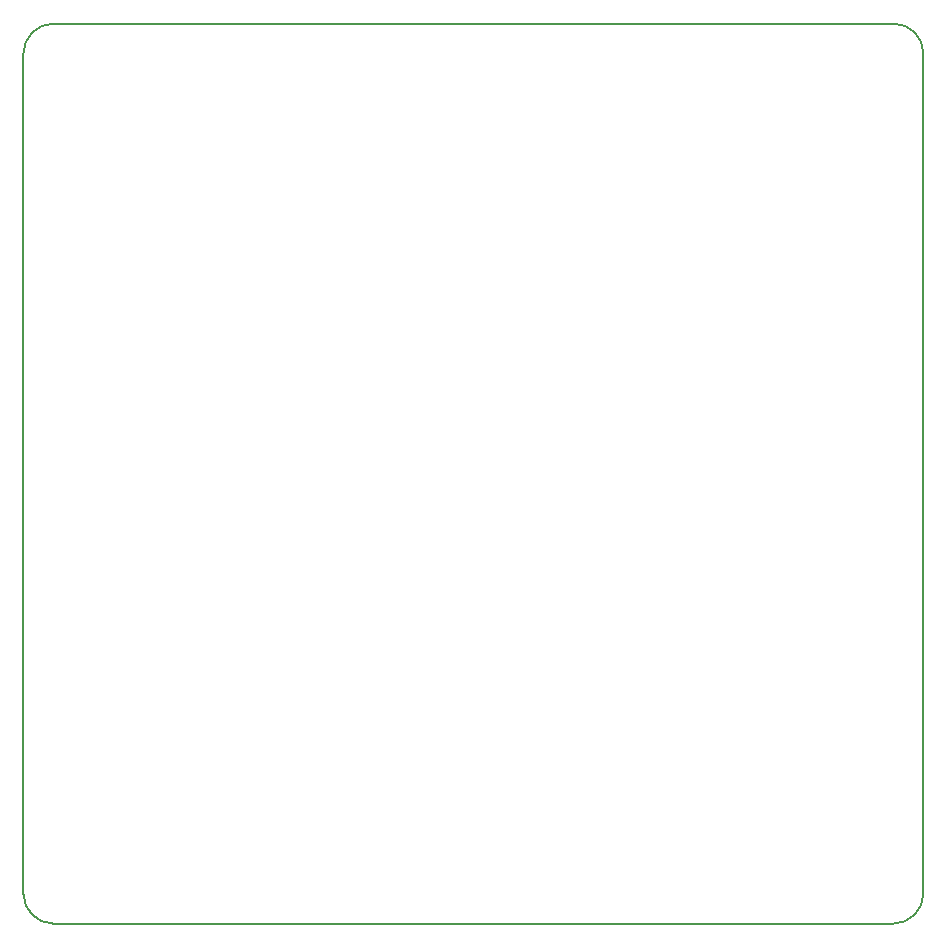
<source format=gbr>
G04 #@! TF.GenerationSoftware,KiCad,Pcbnew,(5.0.0)*
G04 #@! TF.CreationDate,2020-05-30T16:14:38-06:00*
G04 #@! TF.ProjectId,4x4_backpack,3478345F6261636B7061636B2E6B6963,rev?*
G04 #@! TF.SameCoordinates,Original*
G04 #@! TF.FileFunction,Profile,NP*
%FSLAX46Y46*%
G04 Gerber Fmt 4.6, Leading zero omitted, Abs format (unit mm)*
G04 Created by KiCad (PCBNEW (5.0.0)) date 05/30/20 16:14:38*
%MOMM*%
%LPD*%
G01*
G04 APERTURE LIST*
%ADD10C,0.150000*%
G04 APERTURE END LIST*
D10*
X78740000Y-152400000D02*
G75*
G02X76200000Y-149860000I0J2540000D01*
G01*
X152400000Y-149860000D02*
G75*
G02X149860000Y-152400000I-2540000J0D01*
G01*
X149860000Y-76200000D02*
G75*
G02X152400000Y-78740000I0J-2540000D01*
G01*
X76200000Y-78740000D02*
G75*
G02X78740000Y-76200000I2540000J0D01*
G01*
X149860000Y-76200000D02*
X78740000Y-76200000D01*
X152400000Y-149860000D02*
X152400000Y-78740000D01*
X78740000Y-152400000D02*
X149860000Y-152400000D01*
X76200000Y-78740000D02*
X76200000Y-149860000D01*
M02*

</source>
